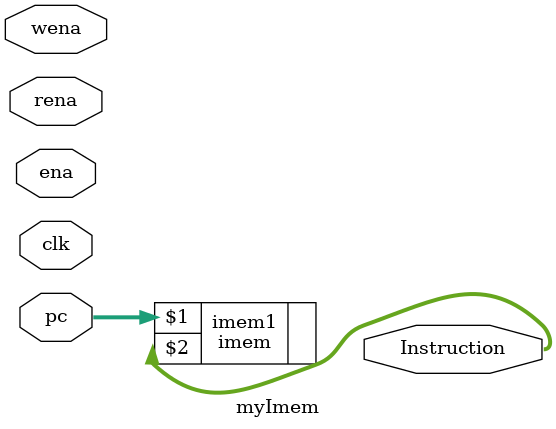
<source format=v>
`timescale 1ns / 1ps


module iram(clk,ena,wena,rena,addr,data_in,data_out);
	input clk;
	input ena;
	input wena;
	input rena;
	input [31:0] addr;
	input [31:0] data_in;
	output reg [31:0] data_out;
	reg [31:0] data[0:1023];
	always @(*)
	begin
		if(ena==0) data_out<=32'bz;
		else 
		begin
			if(wena==1)data[addr]<=data_in;
			if(rena==1)data_out<=data[addr];
		end
	end
endmodule

module myImem(
	input clk,
	input ena,
	input wena,
	input rena,
    input [31:0]pc,
    output wire[31:0]Instruction
);
//iram iram1(.clk(clk),.ena(ena),.wena(wena),.rena(rena),.addr(pc),.data_in(0),.data_out(Instruction));
imem imem1(pc,Instruction);


endmodule



</source>
